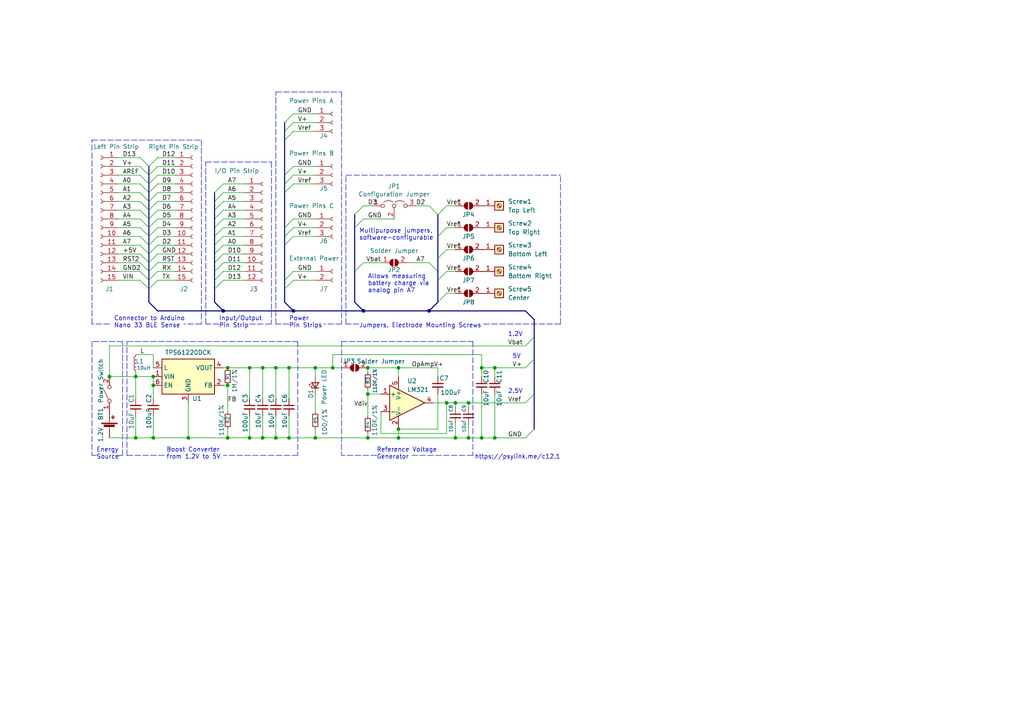
<source format=kicad_sch>
(kicad_sch (version 20211123) (generator eeschema)
  (paper "A4")
  (lib_symbols
    (symbol "Amplifier_Operational:LM321" (pin_names (offset 0.127))
      (property "Reference" "U" (at 0 7.62 0))
      (property "Value" "LM321" (at 0 5.08 0))
      (symbol "LM321_0_1"
        (polyline (pts (xy -5.08 5.08) (xy 5.08 0) (xy -5.08 -5.08) (xy -5.08 5.08)) (stroke (width 0.254)) (fill (type background)))
      )
      (symbol "LM321_1_1"
        (pin input line (at -7.62 2.54 0) (length 2.54) (name "+") (number "1"))
        (pin power_in line (at -2.54 -7.62 90) (length 3.81) (name "V-") (number "2"))
        (pin input line (at -7.62 -2.54 0) (length 2.54) (name "-") (number "3"))
        (pin output line (at 7.62 0 180) (length 2.54) (name "~") (number "4"))
        (pin power_in line (at -2.54 7.62 270) (length 3.81) (name "V+") (number "5"))
      )
    )
    (symbol "Connector:Conn_01x02_Female" (pin_names (offset 1.016) hide)
      (property "Reference" "J" (at 0 2.54 0))
      (property "Value" "Conn_01x02_Female" (at 0 -5.08 0))
      (symbol "Conn_01x02_Female_1_1"
        (arc (start 0 -2.032) (mid -0.508 -2.54) (end 0 -3.048) (stroke (width 0.1524)))
        (polyline (pts (xy -1.27 -2.54) (xy -0.508 -2.54)) (stroke (width 0.1524)))
        (polyline (pts (xy -1.27 0) (xy -0.508 0)) (stroke (width 0.1524)))
        (arc (start 0 0.508) (mid -0.508 0) (end 0 -0.508) (stroke (width 0.1524)))
        (pin passive line (at -5.08 0 0) (length 3.81) (name "Pin_1") (number "1"))
        (pin passive line (at -5.08 -2.54 0) (length 3.81) (name "Pin_2") (number "2"))
      )
    )
    (symbol "Connector:Conn_01x03_Female" (pin_names (offset 1.016) hide)
      (property "Reference" "J" (at 0 5.08 0))
      (property "Value" "Conn_01x03_Female" (at 0 -5.08 0))
      (symbol "Conn_01x03_Female_1_1"
        (arc (start 0 -2.032) (mid -0.508 -2.54) (end 0 -3.048) (stroke (width 0.1524)))
        (polyline (pts (xy -1.27 -2.54) (xy -0.508 -2.54)) (stroke (width 0.1524)))
        (polyline (pts (xy -1.27 0) (xy -0.508 0)) (stroke (width 0.1524)))
        (polyline (pts (xy -1.27 2.54) (xy -0.508 2.54)) (stroke (width 0.1524)))
        (arc (start 0 0.508) (mid -0.508 0) (end 0 -0.508) (stroke (width 0.1524)))
        (arc (start 0 3.048) (mid -0.508 2.54) (end 0 2.032) (stroke (width 0.1524)))
        (pin passive line (at -5.08 2.54 0) (length 3.81) (name "Pin_1") (number "1"))
        (pin passive line (at -5.08 0 0) (length 3.81) (name "Pin_2") (number "2"))
        (pin passive line (at -5.08 -2.54 0) (length 3.81) (name "Pin_3") (number "3"))
      )
    )
    (symbol "Connector:Conn_01x12_Female" (pin_names (offset 1.016) hide)
      (property "Reference" "J" (at 0 15.24 0))
      (property "Value" "Conn_01x12_Female" (at 0 -17.78 0))
      (symbol "Conn_01x12_Female_1_1"
        (arc (start 0 -14.732) (mid -0.508 -15.24) (end 0 -15.748) (stroke (width 0.1524)))
        (arc (start 0 -12.192) (mid -0.508 -12.7) (end 0 -13.208) (stroke (width 0.1524)))
        (arc (start 0 -9.652) (mid -0.508 -10.16) (end 0 -10.668) (stroke (width 0.1524)))
        (arc (start 0 -7.112) (mid -0.508 -7.62) (end 0 -8.128) (stroke (width 0.1524)))
        (arc (start 0 -4.572) (mid -0.508 -5.08) (end 0 -5.588) (stroke (width 0.1524)))
        (arc (start 0 -2.032) (mid -0.508 -2.54) (end 0 -3.048) (stroke (width 0.1524)))
        (polyline (pts (xy -1.27 -15.24) (xy -0.508 -15.24)) (stroke (width 0.1524)))
        (polyline (pts (xy -1.27 -12.7) (xy -0.508 -12.7)) (stroke (width 0.1524)))
        (polyline (pts (xy -1.27 -10.16) (xy -0.508 -10.16)) (stroke (width 0.1524)))
        (polyline (pts (xy -1.27 -7.62) (xy -0.508 -7.62)) (stroke (width 0.1524)))
        (polyline (pts (xy -1.27 -5.08) (xy -0.508 -5.08)) (stroke (width 0.1524)))
        (polyline (pts (xy -1.27 -2.54) (xy -0.508 -2.54)) (stroke (width 0.1524)))
        (polyline (pts (xy -1.27 0) (xy -0.508 0)) (stroke (width 0.1524)))
        (polyline (pts (xy -1.27 2.54) (xy -0.508 2.54)) (stroke (width 0.1524)))
        (polyline (pts (xy -1.27 5.08) (xy -0.508 5.08)) (stroke (width 0.1524)))
        (polyline (pts (xy -1.27 7.62) (xy -0.508 7.62)) (stroke (width 0.1524)))
        (polyline (pts (xy -1.27 10.16) (xy -0.508 10.16)) (stroke (width 0.1524)))
        (polyline (pts (xy -1.27 12.7) (xy -0.508 12.7)) (stroke (width 0.1524)))
        (arc (start 0 0.508) (mid -0.508 0) (end 0 -0.508) (stroke (width 0.1524)))
        (arc (start 0 3.048) (mid -0.508 2.54) (end 0 2.032) (stroke (width 0.1524)))
        (arc (start 0 5.588) (mid -0.508 5.08) (end 0 4.572) (stroke (width 0.1524)))
        (arc (start 0 8.128) (mid -0.508 7.62) (end 0 7.112) (stroke (width 0.1524)))
        (arc (start 0 10.668) (mid -0.508 10.16) (end 0 9.652) (stroke (width 0.1524)))
        (arc (start 0 13.208) (mid -0.508 12.7) (end 0 12.192) (stroke (width 0.1524)))
        (pin passive line (at -5.08 12.7 0) (length 3.81) (name "Pin_1") (number "1"))
        (pin passive line (at -5.08 -10.16 0) (length 3.81) (name "Pin_10") (number "10"))
        (pin passive line (at -5.08 -12.7 0) (length 3.81) (name "Pin_11") (number "11"))
        (pin passive line (at -5.08 -15.24 0) (length 3.81) (name "Pin_12") (number "12"))
        (pin passive line (at -5.08 10.16 0) (length 3.81) (name "Pin_2") (number "2"))
        (pin passive line (at -5.08 7.62 0) (length 3.81) (name "Pin_3") (number "3"))
        (pin passive line (at -5.08 5.08 0) (length 3.81) (name "Pin_4") (number "4"))
        (pin passive line (at -5.08 2.54 0) (length 3.81) (name "Pin_5") (number "5"))
        (pin passive line (at -5.08 0 0) (length 3.81) (name "Pin_6") (number "6"))
        (pin passive line (at -5.08 -2.54 0) (length 3.81) (name "Pin_7") (number "7"))
        (pin passive line (at -5.08 -5.08 0) (length 3.81) (name "Pin_8") (number "8"))
        (pin passive line (at -5.08 -7.62 0) (length 3.81) (name "Pin_9") (number "9"))
      )
    )
    (symbol "Connector:Conn_01x15_Female" (pin_names (offset 1.016) hide)
      (property "Reference" "J" (at 0 20.32 0))
      (property "Value" "Conn_01x15_Female" (at 0 -20.32 0))
      (symbol "Conn_01x15_Female_1_1"
        (arc (start 0 -17.272) (mid -0.508 -17.78) (end 0 -18.288) (stroke (width 0.1524)))
        (arc (start 0 -14.732) (mid -0.508 -15.24) (end 0 -15.748) (stroke (width 0.1524)))
        (arc (start 0 -12.192) (mid -0.508 -12.7) (end 0 -13.208) (stroke (width 0.1524)))
        (arc (start 0 -9.652) (mid -0.508 -10.16) (end 0 -10.668) (stroke (width 0.1524)))
        (arc (start 0 -7.112) (mid -0.508 -7.62) (end 0 -8.128) (stroke (width 0.1524)))
        (arc (start 0 -4.572) (mid -0.508 -5.08) (end 0 -5.588) (stroke (width 0.1524)))
        (arc (start 0 -2.032) (mid -0.508 -2.54) (end 0 -3.048) (stroke (width 0.1524)))
        (polyline (pts (xy -1.27 -17.78) (xy -0.508 -17.78)) (stroke (width 0.1524)))
        (polyline (pts (xy -1.27 -15.24) (xy -0.508 -15.24)) (stroke (width 0.1524)))
        (polyline (pts (xy -1.27 -12.7) (xy -0.508 -12.7)) (stroke (width 0.1524)))
        (polyline (pts (xy -1.27 -10.16) (xy -0.508 -10.16)) (stroke (width 0.1524)))
        (polyline (pts (xy -1.27 -7.62) (xy -0.508 -7.62)) (stroke (width 0.1524)))
        (polyline (pts (xy -1.27 -5.08) (xy -0.508 -5.08)) (stroke (width 0.1524)))
        (polyline (pts (xy -1.27 -2.54) (xy -0.508 -2.54)) (stroke (width 0.1524)))
        (polyline (pts (xy -1.27 0) (xy -0.508 0)) (stroke (width 0.1524)))
        (polyline (pts (xy -1.27 2.54) (xy -0.508 2.54)) (stroke (width 0.1524)))
        (polyline (pts (xy -1.27 5.08) (xy -0.508 5.08)) (stroke (width 0.1524)))
        (polyline (pts (xy -1.27 7.62) (xy -0.508 7.62)) (stroke (width 0.1524)))
        (polyline (pts (xy -1.27 10.16) (xy -0.508 10.16)) (stroke (width 0.1524)))
        (polyline (pts (xy -1.27 12.7) (xy -0.508 12.7)) (stroke (width 0.1524)))
        (polyline (pts (xy -1.27 15.24) (xy -0.508 15.24)) (stroke (width 0.1524)))
        (polyline (pts (xy -1.27 17.78) (xy -0.508 17.78)) (stroke (width 0.1524)))
        (arc (start 0 0.508) (mid -0.508 0) (end 0 -0.508) (stroke (width 0.1524)))
        (arc (start 0 3.048) (mid -0.508 2.54) (end 0 2.032) (stroke (width 0.1524)))
        (arc (start 0 5.588) (mid -0.508 5.08) (end 0 4.572) (stroke (width 0.1524)))
        (arc (start 0 8.128) (mid -0.508 7.62) (end 0 7.112) (stroke (width 0.1524)))
        (arc (start 0 10.668) (mid -0.508 10.16) (end 0 9.652) (stroke (width 0.1524)))
        (arc (start 0 13.208) (mid -0.508 12.7) (end 0 12.192) (stroke (width 0.1524)))
        (arc (start 0 15.748) (mid -0.508 15.24) (end 0 14.732) (stroke (width 0.1524)))
        (arc (start 0 18.288) (mid -0.508 17.78) (end 0 17.272) (stroke (width 0.1524)))
        (pin passive line (at -5.08 17.78 0) (length 3.81) (name "Pin_1") (number "1"))
        (pin passive line (at -5.08 -5.08 0) (length 3.81) (name "Pin_10") (number "10"))
        (pin passive line (at -5.08 -7.62 0) (length 3.81) (name "Pin_11") (number "11"))
        (pin passive line (at -5.08 -10.16 0) (length 3.81) (name "Pin_12") (number "12"))
        (pin passive line (at -5.08 -12.7 0) (length 3.81) (name "Pin_13") (number "13"))
        (pin passive line (at -5.08 -15.24 0) (length 3.81) (name "Pin_14") (number "14"))
        (pin passive line (at -5.08 -17.78 0) (length 3.81) (name "Pin_15") (number "15"))
        (pin passive line (at -5.08 15.24 0) (length 3.81) (name "Pin_2") (number "2"))
        (pin passive line (at -5.08 12.7 0) (length 3.81) (name "Pin_3") (number "3"))
        (pin passive line (at -5.08 10.16 0) (length 3.81) (name "Pin_4") (number "4"))
        (pin passive line (at -5.08 7.62 0) (length 3.81) (name "Pin_5") (number "5"))
        (pin passive line (at -5.08 5.08 0) (length 3.81) (name "Pin_6") (number "6"))
        (pin passive line (at -5.08 2.54 0) (length 3.81) (name "Pin_7") (number "7"))
        (pin passive line (at -5.08 0 0) (length 3.81) (name "Pin_8") (number "8"))
        (pin passive line (at -5.08 -2.54 0) (length 3.81) (name "Pin_9") (number "9"))
      )
    )
    (symbol "Connector:Screw_Terminal_01x01" (pin_names (offset 1.016) hide)
      (property "Reference" "J" (at 0 2.54 0))
      (property "Value" "Screw_Terminal_01x01" (at 0 -2.54 0))
      (symbol "Screw_Terminal_01x01_1_1"
        (rectangle (start -1.27 1.27) (end 1.27 -1.27) (stroke (width 0.254)) (fill (type background)))
        (polyline (pts (xy -0.5334 0.3302) (xy 0.3302 -0.508)) (stroke (width 0.1524)))
        (polyline (pts (xy -0.3556 0.508) (xy 0.508 -0.3302)) (stroke (width 0.1524)))
        (circle (center 0 0) (radius 0.635) (stroke (width 0.1524)))
        (pin passive line (at -5.08 0 0) (length 3.81) (name "Pin_1") (number "1"))
      )
    )
    (symbol "Device:Battery_Cell" (pin_numbers hide) (pin_names (offset 0) hide)
      (property "Reference" "BT" (at 2.54 2.54 0))
      (property "Value" "Battery_Cell" (at 2.54 0 0))
      (symbol "Battery_Cell_0_1"
        (rectangle (start -2.286 1.778) (end 2.286 1.524) (fill (type outline)))
        (rectangle (start -1.5748 1.1938) (end 1.4732 0.6858) (fill (type outline)))
        (polyline (pts (xy 0 0.762) (xy 0 0)))
        (polyline (pts (xy 0 1.778) (xy 0 2.54)))
        (polyline (pts (xy 0.508 3.429) (xy 1.524 3.429)) (stroke (width 0.254)))
        (polyline (pts (xy 1.016 3.937) (xy 1.016 2.921)) (stroke (width 0.254)))
      )
      (symbol "Battery_Cell_1_1"
        (pin passive line (at 0 5.08 270) (length 2.54) (name "+") (number "1"))
        (pin passive line (at 0 -2.54 90) (length 2.54) (name "-") (number "2"))
      )
    )
    (symbol "Device:C_Small" (pin_numbers hide) (pin_names (offset 0.254) hide)
      (property "Reference" "C" (at 0.254 1.778 0))
      (property "Value" "C_Small" (at 0.254 -2.032 0))
      (symbol "C_Small_0_1"
        (polyline (pts (xy -1.524 -0.508) (xy 1.524 -0.508)) (stroke (width 0.3302)))
        (polyline (pts (xy -1.524 0.508) (xy 1.524 0.508)) (stroke (width 0.3048)))
      )
      (symbol "C_Small_1_1"
        (pin passive line (at 0 2.54 270) (length 2.032) (name "~") (number "1"))
        (pin passive line (at 0 -2.54 90) (length 2.032) (name "~") (number "2"))
      )
    )
    (symbol "Device:LED_Small" (pin_numbers hide) (pin_names (offset 0.254) hide)
      (property "Reference" "D" (at -1.27 3.175 0))
      (property "Value" "LED_Small" (at -4.445 -2.54 0))
      (symbol "LED_Small_0_1"
        (polyline (pts (xy -0.762 -1.016) (xy -0.762 1.016)) (stroke (width 0.254)))
        (polyline (pts (xy 1.016 0) (xy -0.762 0)))
        (polyline (pts (xy 0.762 -1.016) (xy -0.762 0) (xy 0.762 1.016) (xy 0.762 -1.016)) (stroke (width 0.254)))
        (polyline (pts (xy 0 0.762) (xy -0.508 1.27) (xy -0.254 1.27) (xy -0.508 1.27) (xy -0.508 1.016)))
        (polyline (pts (xy 0.508 1.27) (xy 0 1.778) (xy 0.254 1.778) (xy 0 1.778) (xy 0 1.524)))
      )
      (symbol "LED_Small_1_1"
        (pin passive line (at -2.54 0 0) (length 1.778) (name "K") (number "1"))
        (pin passive line (at 2.54 0 180) (length 1.778) (name "A") (number "2"))
      )
    )
    (symbol "Device:L_Small" (pin_numbers hide) (pin_names (offset 0.254) hide)
      (property "Reference" "L" (at 0.762 1.016 0))
      (property "Value" "L_Small" (at 0.762 -1.016 0))
      (symbol "L_Small_0_1"
        (arc (start 0 -2.032) (mid 0.508 -1.524) (end 0 -1.016))
        (arc (start 0 -1.016) (mid 0.508 -0.508) (end 0 0))
        (arc (start 0 0) (mid 0.508 0.508) (end 0 1.016))
        (arc (start 0 1.016) (mid 0.508 1.524) (end 0 2.032))
      )
      (symbol "L_Small_1_1"
        (pin passive line (at 0 2.54 270) (length 0.508) (name "~") (number "1"))
        (pin passive line (at 0 -2.54 90) (length 0.508) (name "~") (number "2"))
      )
    )
    (symbol "Device:R_Small" (pin_numbers hide) (pin_names (offset 0.254) hide)
      (property "Reference" "R" (at 0.762 0.508 0))
      (property "Value" "R_Small" (at 0.762 -1.016 0))
      (symbol "R_Small_0_1"
        (rectangle (start -0.762 1.778) (end 0.762 -1.778) (stroke (width 0.2032)))
      )
      (symbol "R_Small_1_1"
        (pin passive line (at 0 2.54 270) (length 0.762) (name "~") (number "1"))
        (pin passive line (at 0 -2.54 90) (length 0.762) (name "~") (number "2"))
      )
    )
    (symbol "Jumper:SolderJumper_2_Open" (pin_names (offset 0) hide)
      (property "Reference" "JP" (at 0 2.032 0))
      (property "Value" "SolderJumper_2_Open" (at 0 -2.54 0))
      (symbol "SolderJumper_2_Open_0_1"
        (arc (start -0.254 1.016) (mid -1.27 0) (end -0.254 -1.016))
        (arc (start -0.254 1.016) (mid -1.27 0) (end -0.254 -1.016) (fill (type outline)))
        (polyline (pts (xy -0.254 1.016) (xy -0.254 -1.016)))
        (polyline (pts (xy 0.254 1.016) (xy 0.254 -1.016)))
        (arc (start 0.254 -1.016) (mid 1.27 0) (end 0.254 1.016))
        (arc (start 0.254 -1.016) (mid 1.27 0) (end 0.254 1.016) (fill (type outline)))
      )
      (symbol "SolderJumper_2_Open_1_1"
        (pin passive line (at -3.81 0 0) (length 2.54) (name "A") (number "1"))
        (pin passive line (at 3.81 0 180) (length 2.54) (name "B") (number "2"))
      )
    )
    (symbol "Regulator_Switching:TPS61220DCK"
      (property "Reference" "U" (at -7.62 6.35 0))
      (property "Value" "TPS61220DCK" (at 2.54 6.35 0))
      (symbol "TPS61220DCK_0_1"
        (rectangle (start -7.62 5.08) (end 7.62 -5.08) (stroke (width 0.254)) (fill (type background)))
      )
      (symbol "TPS61220DCK_1_1"
        (pin power_in line (at -10.16 0 0) (length 2.54) (name "VIN") (number "1"))
        (pin input line (at 10.16 -2.54 180) (length 2.54) (name "FB") (number "2"))
        (pin power_in line (at 0 -7.62 90) (length 2.54) (name "GND") (number "3"))
        (pin power_out line (at 10.16 2.54 180) (length 2.54) (name "VOUT") (number "4"))
        (pin power_in line (at -10.16 2.54 0) (length 2.54) (name "L") (number "5"))
        (pin input line (at -10.16 -2.54 0) (length 2.54) (name "EN") (number "6"))
      )
    )
    (symbol "Switch:SW_DPST_x2" (pin_names (offset 0) hide)
      (property "Reference" "SW" (at 0 3.175 0))
      (property "Value" "SW_DPST_x2" (at 0 -2.54 0))
      (symbol "SW_DPST_x2_0_0"
        (circle (center -2.032 0) (radius 0.508))
        (polyline (pts (xy -1.524 0.254) (xy 1.524 1.778)))
        (circle (center 2.032 0) (radius 0.508))
      )
      (symbol "SW_DPST_x2_1_1"
        (pin passive line (at -5.08 0 0) (length 2.54) (name "A") (number "1"))
        (pin passive line (at 5.08 0 180) (length 2.54) (name "B") (number "2"))
      )
      (symbol "SW_DPST_x2_2_1"
        (pin passive line (at -5.08 0 0) (length 2.54) (name "A") (number "3"))
        (pin passive line (at 5.08 0 180) (length 2.54) (name "B") (number "4"))
      )
    )
    (symbol "power_module4.2-rescue:Jumper_3_Open-Jumper" (pin_names (offset 0) hide)
      (property "Reference" "JP" (at -2.54 -2.54 0))
      (property "Value" "Jumper_3_Open-Jumper" (at 0 2.794 0))
      (symbol "Jumper_3_Open-Jumper_0_0"
        (circle (center -3.302 0) (radius 0.508))
        (circle (center 0 0) (radius 0.508))
        (circle (center 3.302 0) (radius 0.508))
      )
      (symbol "Jumper_3_Open-Jumper_0_1"
        (arc (start -0.254 1.016) (mid -1.651 1.4992) (end -3.048 1.016))
        (polyline (pts (xy 0 -0.508) (xy 0 -1.27)))
        (arc (start 3.048 1.016) (mid 1.651 1.4992) (end 0.254 1.016))
      )
      (symbol "Jumper_3_Open-Jumper_1_1"
        (pin passive line (at -6.35 0 0) (length 2.54) (name "A") (number "1"))
        (pin input line (at 0 -3.81 90) (length 2.54) (name "C") (number "2"))
        (pin passive line (at 6.35 0 180) (length 2.54) (name "B") (number "3"))
      )
    )
  )
  (junction (at 80.01 106.68))
  (junction (at 72.39 106.68))
  (junction (at 96.52 106.68))
  (junction (at 105.41 90.17))
  (junction (at 91.44 127))
  (junction (at 115.57 124.46))
  (junction (at 66.04 127))
  (junction (at 39.37 127))
  (junction (at 66.04 111.76))
  (junction (at 85.09 90.17))
  (junction (at 135.89 127))
  (junction (at 143.51 127))
  (junction (at 31.75 109.22))
  (junction (at 115.57 106.68))
  (junction (at 132.08 116.84))
  (junction (at 76.2 106.68))
  (junction (at 76.2 127))
  (junction (at 106.68 106.68))
  (junction (at 135.89 116.84))
  (junction (at 132.08 127))
  (junction (at 83.82 106.68))
  (junction (at 139.7 127))
  (junction (at 72.39 127))
  (junction (at 124.46 90.17))
  (junction (at 44.45 109.22))
  (junction (at 143.51 106.68))
  (junction (at 139.7 106.68))
  (junction (at 83.82 127))
  (junction (at 106.68 127))
  (junction (at 44.45 127))
  (junction (at 64.77 90.17))
  (junction (at 106.68 114.3))
  (junction (at 80.01 127))
  (junction (at 115.57 127))
  (junction (at 54.61 127))
  (junction (at 44.45 111.76))
  (junction (at 39.37 109.22))
  (junction (at 66.04 106.68))
  (junction (at 129.54 116.84))
  (junction (at 91.44 106.68))
  (bus_entry (at 40.64 81.28) (size 2.54 2.54))
  (bus_entry (at 64.77 66.04) (size -2.54 2.54))
  (bus_entry (at 64.77 55.88) (size -2.54 2.54))
  (bus_entry (at 102.87 78.74) (size 2.54 -2.54))
  (bus_entry (at 85.09 81.28) (size -2.54 2.54))
  (bus_entry (at 40.64 68.58) (size 2.54 2.54))
  (bus_entry (at 152.4 116.84) (size 2.54 -2.54))
  (bus_entry (at 85.09 50.8) (size -2.54 2.54))
  (bus_entry (at 82.55 40.64) (size 2.54 -2.54))
  (bus_entry (at 40.64 53.34) (size 2.54 2.54))
  (bus_entry (at 82.55 71.12) (size 2.54 -2.54))
  (bus_entry (at 40.64 71.12) (size 2.54 2.54))
  (bus_entry (at 45.72 63.5) (size -2.54 2.54))
  (bus_entry (at 40.64 60.96) (size 2.54 2.54))
  (bus_entry (at 152.4 127) (size 2.54 -2.54))
  (bus_entry (at 85.09 35.56) (size -2.54 2.54))
  (bus_entry (at 45.72 45.72) (size -2.54 2.54))
  (bus_entry (at 40.64 58.42) (size 2.54 2.54))
  (bus_entry (at 102.87 62.23) (size 2.54 -2.54))
  (bus_entry (at 127 87.63) (size 2.54 -2.54))
  (bus_entry (at 40.64 78.74) (size 2.54 2.54))
  (bus_entry (at 85.09 66.04) (size -2.54 2.54))
  (bus_entry (at 124.46 59.69) (size 2.54 2.54))
  (bus_entry (at 45.72 48.26) (size -2.54 2.54))
  (bus_entry (at 45.72 50.8) (size -2.54 2.54))
  (bus_entry (at 40.64 73.66) (size 2.54 2.54))
  (bus_entry (at 152.4 100.33) (size 2.54 -2.54))
  (bus_entry (at 127 74.93) (size 2.54 -2.54))
  (bus_entry (at 85.09 33.02) (size -2.54 2.54))
  (bus_entry (at 40.64 48.26) (size 2.54 2.54))
  (bus_entry (at 64.77 68.58) (size -2.54 2.54))
  (bus_entry (at 45.72 76.2) (size -2.54 2.54))
  (bus_entry (at 45.72 58.42) (size -2.54 2.54))
  (bus_entry (at 45.72 53.34) (size -2.54 2.54))
  (bus_entry (at 40.64 55.88) (size 2.54 2.54))
  (bus_entry (at 102.87 66.04) (size 2.54 -2.54))
  (bus_entry (at 64.77 63.5) (size -2.54 2.54))
  (bus_entry (at 45.72 81.28) (size -2.54 2.54))
  (bus_entry (at 40.64 76.2) (size 2.54 2.54))
  (bus_entry (at 82.55 55.88) (size 2.54 -2.54))
  (bus_entry (at 64.77 76.2) (size -2.54 2.54))
  (bus_entry (at 45.72 78.74) (size -2.54 2.54))
  (bus_entry (at 45.72 60.96) (size -2.54 2.54))
  (bus_entry (at 40.64 50.8) (size 2.54 2.54))
  (bus_entry (at 85.09 78.74) (size -2.54 2.54))
  (bus_entry (at 45.72 71.12) (size -2.54 2.54))
  (bus_entry (at 45.72 68.58) (size -2.54 2.54))
  (bus_entry (at 64.77 81.28) (size -2.54 2.54))
  (bus_entry (at 40.64 45.72) (size 2.54 2.54))
  (bus_entry (at 127 81.28) (size 2.54 -2.54))
  (bus_entry (at 64.77 71.12) (size -2.54 2.54))
  (bus_entry (at 45.72 55.88) (size -2.54 2.54))
  (bus_entry (at 45.72 66.04) (size -2.54 2.54))
  (bus_entry (at 64.77 60.96) (size -2.54 2.54))
  (bus_entry (at 62.23 76.2) (size 2.54 -2.54))
  (bus_entry (at 124.46 76.2) (size 2.54 2.54))
  (bus_entry (at 64.77 78.74) (size -2.54 2.54))
  (bus_entry (at 40.64 63.5) (size 2.54 2.54))
  (bus_entry (at 127 68.58) (size 2.54 -2.54))
  (bus_entry (at 85.09 63.5) (size -2.54 2.54))
  (bus_entry (at 64.77 53.34) (size -2.54 2.54))
  (bus_entry (at 152.4 106.68) (size 2.54 -2.54))
  (bus_entry (at 45.72 73.66) (size -2.54 2.54))
  (bus_entry (at 85.09 48.26) (size -2.54 2.54))
  (bus_entry (at 64.77 58.42) (size -2.54 2.54))
  (bus_entry (at 127 62.23) (size 2.54 -2.54))
  (bus_entry (at 40.64 66.04) (size 2.54 2.54))
  (wire (pts (xy 91.44 109.22) (xy 91.44 106.68)))
  (wire (pts (xy 132.08 127) (xy 135.89 127)))
  (wire (pts (xy 127 106.68) (xy 115.57 106.68)))
  (wire (pts (xy 45.72 78.74) (xy 50.8 78.74)))
  (wire (pts (xy 143.51 127) (xy 152.4 127)))
  (wire (pts (xy 44.45 127) (xy 54.61 127)))
  (bus (pts (xy 82.55 68.58) (xy 82.55 71.12)))
  (bus (pts (xy 62.23 71.12) (xy 62.23 73.66)))
  (wire (pts (xy 85.09 48.26) (xy 91.44 48.26)))
  (wire (pts (xy 127 124.46) (xy 115.57 124.46)))
  (bus (pts (xy 154.94 114.3) (xy 154.94 124.46)))
  (wire (pts (xy 64.77 78.74) (xy 71.12 78.74)))
  (polyline (pts (xy 72.39 93.98) (xy 78.74 93.98)))
  (wire (pts (xy 44.45 115.57) (xy 44.45 111.76)))
  (bus (pts (xy 102.87 87.63) (xy 105.41 90.17)))
  (wire (pts (xy 139.7 114.3) (xy 139.7 127)))
  (bus (pts (xy 62.23 87.63) (xy 64.77 90.17)))
  (polyline (pts (xy 26.67 99.06) (xy 26.67 132.08)))
  (wire (pts (xy 106.68 114.3) (xy 110.49 114.3)))
  (bus (pts (xy 124.46 90.17) (xy 127 87.63)))
  (wire (pts (xy 64.77 76.2) (xy 71.12 76.2)))
  (wire (pts (xy 39.37 109.22) (xy 44.45 109.22)))
  (wire (pts (xy 91.44 114.3) (xy 91.44 119.38)))
  (bus (pts (xy 43.18 71.12) (xy 43.18 73.66)))
  (bus (pts (xy 82.55 40.64) (xy 82.55 50.8)))
  (wire (pts (xy 45.72 71.12) (xy 50.8 71.12)))
  (wire (pts (xy 34.29 78.74) (xy 40.64 78.74)))
  (wire (pts (xy 76.2 106.68) (xy 80.01 106.68)))
  (wire (pts (xy 129.54 72.39) (xy 132.08 72.39)))
  (wire (pts (xy 66.04 111.76) (xy 66.04 119.38)))
  (bus (pts (xy 82.55 66.04) (xy 82.55 68.58)))
  (wire (pts (xy 45.72 73.66) (xy 50.8 73.66)))
  (wire (pts (xy 34.29 71.12) (xy 40.64 71.12)))
  (polyline (pts (xy 99.06 99.06) (xy 99.06 132.08)))
  (bus (pts (xy 152.4 90.17) (xy 154.94 92.71)))
  (wire (pts (xy 85.09 78.74) (xy 91.44 78.74)))
  (wire (pts (xy 106.68 125.73) (xy 106.68 127)))
  (polyline (pts (xy 35.56 132.08) (xy 35.56 99.06)))
  (bus (pts (xy 43.18 48.26) (xy 43.18 50.8)))
  (polyline (pts (xy 35.56 99.06) (xy 26.67 99.06)))
  (bus (pts (xy 102.87 78.74) (xy 102.87 87.63)))
  (bus (pts (xy 62.23 78.74) (xy 62.23 81.28)))
  (wire (pts (xy 139.7 106.68) (xy 139.7 109.22)))
  (wire (pts (xy 64.77 111.76) (xy 66.04 111.76)))
  (wire (pts (xy 106.68 106.68) (xy 106.68 107.95)))
  (bus (pts (xy 64.77 90.17) (xy 85.09 90.17)))
  (wire (pts (xy 91.44 68.58) (xy 85.09 68.58)))
  (wire (pts (xy 64.77 58.42) (xy 71.12 58.42)))
  (bus (pts (xy 43.18 78.74) (xy 43.18 81.28)))
  (wire (pts (xy 50.8 48.26) (xy 45.72 48.26)))
  (wire (pts (xy 31.75 109.22) (xy 39.37 109.22)))
  (wire (pts (xy 115.57 127) (xy 132.08 127)))
  (wire (pts (xy 80.01 115.57) (xy 80.01 106.68)))
  (wire (pts (xy 44.45 102.87) (xy 44.45 106.68)))
  (wire (pts (xy 50.8 63.5) (xy 45.72 63.5)))
  (wire (pts (xy 50.8 53.34) (xy 45.72 53.34)))
  (wire (pts (xy 99.06 106.68) (xy 96.52 106.68)))
  (wire (pts (xy 96.52 102.87) (xy 139.7 102.87)))
  (wire (pts (xy 54.61 116.84) (xy 54.61 127)))
  (wire (pts (xy 91.44 127) (xy 106.68 127)))
  (wire (pts (xy 64.77 73.66) (xy 71.12 73.66)))
  (bus (pts (xy 82.55 55.88) (xy 82.55 66.04)))
  (bus (pts (xy 82.55 50.8) (xy 82.55 53.34)))
  (polyline (pts (xy 63.5 93.98) (xy 59.69 93.98)))
  (bus (pts (xy 43.18 53.34) (xy 43.18 55.88)))
  (wire (pts (xy 45.72 66.04) (xy 50.8 66.04)))
  (polyline (pts (xy 34.29 132.08) (xy 35.56 132.08)))
  (bus (pts (xy 102.87 62.23) (xy 102.87 66.04)))
  (polyline (pts (xy 83.82 93.98) (xy 80.01 93.98)))
  (bus (pts (xy 43.18 66.04) (xy 43.18 68.58)))
  (wire (pts (xy 64.77 71.12) (xy 71.12 71.12)))
  (polyline (pts (xy 58.42 40.64) (xy 58.42 93.98)))
  (wire (pts (xy 96.52 106.68) (xy 96.52 102.87)))
  (bus (pts (xy 43.18 76.2) (xy 43.18 78.74)))
  (wire (pts (xy 66.04 106.68) (xy 72.39 106.68)))
  (wire (pts (xy 76.2 127) (xy 80.01 127)))
  (wire (pts (xy 129.54 85.09) (xy 132.08 85.09)))
  (wire (pts (xy 34.29 55.88) (xy 40.64 55.88)))
  (polyline (pts (xy 99.06 99.06) (xy 137.16 99.06)))
  (wire (pts (xy 39.37 107.95) (xy 39.37 109.22)))
  (bus (pts (xy 62.23 58.42) (xy 62.23 60.96)))
  (polyline (pts (xy 100.33 50.8) (xy 162.56 50.8)))
  (wire (pts (xy 124.46 76.2) (xy 118.11 76.2)))
  (bus (pts (xy 43.18 68.58) (xy 43.18 71.12)))
  (wire (pts (xy 83.82 115.57) (xy 83.82 106.68)))
  (wire (pts (xy 34.29 48.26) (xy 40.64 48.26)))
  (wire (pts (xy 45.72 45.72) (xy 50.8 45.72)))
  (wire (pts (xy 106.68 114.3) (xy 106.68 120.65)))
  (wire (pts (xy 31.75 127) (xy 39.37 127)))
  (bus (pts (xy 43.18 50.8) (xy 43.18 53.34)))
  (bus (pts (xy 82.55 81.28) (xy 82.55 83.82)))
  (wire (pts (xy 129.54 78.74) (xy 132.08 78.74)))
  (wire (pts (xy 105.41 59.69) (xy 107.95 59.69)))
  (wire (pts (xy 64.77 60.96) (xy 71.12 60.96)))
  (bus (pts (xy 43.18 60.96) (xy 43.18 63.5)))
  (wire (pts (xy 115.57 124.46) (xy 115.57 127)))
  (polyline (pts (xy 36.83 132.08) (xy 36.83 99.06)))
  (wire (pts (xy 139.7 102.87) (xy 139.7 106.68)))
  (wire (pts (xy 83.82 127) (xy 91.44 127)))
  (bus (pts (xy 43.18 63.5) (xy 43.18 66.04)))
  (bus (pts (xy 124.46 90.17) (xy 152.4 90.17)))
  (wire (pts (xy 135.89 127) (xy 139.7 127)))
  (wire (pts (xy 45.72 68.58) (xy 50.8 68.58)))
  (polyline (pts (xy 137.16 132.08) (xy 119.38 132.08)))
  (wire (pts (xy 34.29 68.58) (xy 40.64 68.58)))
  (polyline (pts (xy 59.69 46.99) (xy 78.74 46.99)))
  (wire (pts (xy 31.75 100.33) (xy 31.75 109.22)))
  (wire (pts (xy 143.51 114.3) (xy 143.51 127)))
  (wire (pts (xy 54.61 127) (xy 66.04 127)))
  (bus (pts (xy 127 68.58) (xy 127 74.93)))
  (wire (pts (xy 66.04 127) (xy 72.39 127)))
  (wire (pts (xy 135.89 123.19) (xy 135.89 127)))
  (wire (pts (xy 39.37 127) (xy 44.45 127)))
  (wire (pts (xy 110.49 76.2) (xy 105.41 76.2)))
  (bus (pts (xy 62.23 63.5) (xy 62.23 66.04)))
  (polyline (pts (xy 36.83 132.08) (xy 48.26 132.08)))
  (wire (pts (xy 135.89 118.11) (xy 135.89 116.84)))
  (bus (pts (xy 43.18 73.66) (xy 43.18 76.2)))
  (polyline (pts (xy 162.56 93.98) (xy 162.56 50.8)))
  (wire (pts (xy 50.8 58.42) (xy 45.72 58.42)))
  (polyline (pts (xy 31.75 93.98) (xy 26.67 93.98)))
  (polyline (pts (xy 109.22 132.08) (xy 99.06 132.08)))
  (wire (pts (xy 127 124.46) (xy 127 114.3)))
  (wire (pts (xy 132.08 118.11) (xy 132.08 116.84)))
  (wire (pts (xy 72.39 127) (xy 76.2 127)))
  (bus (pts (xy 62.23 83.82) (xy 62.23 87.63)))
  (polyline (pts (xy 78.74 46.99) (xy 78.74 93.98)))
  (bus (pts (xy 102.87 66.04) (xy 102.87 78.74)))
  (polyline (pts (xy 26.67 93.98) (xy 26.67 40.64)))
  (wire (pts (xy 132.08 116.84) (xy 135.89 116.84)))
  (wire (pts (xy 45.72 60.96) (xy 50.8 60.96)))
  (wire (pts (xy 66.04 127) (xy 66.04 124.46)))
  (wire (pts (xy 106.68 106.68) (xy 115.57 106.68)))
  (wire (pts (xy 34.29 66.04) (xy 40.64 66.04)))
  (bus (pts (xy 43.18 81.28) (xy 43.18 83.82)))
  (bus (pts (xy 62.23 73.66) (xy 62.23 76.2)))
  (bus (pts (xy 127 81.28) (xy 127 87.63)))
  (wire (pts (xy 85.09 66.04) (xy 91.44 66.04)))
  (wire (pts (xy 64.77 68.58) (xy 71.12 68.58)))
  (wire (pts (xy 76.2 120.65) (xy 76.2 127)))
  (wire (pts (xy 39.37 102.87) (xy 44.45 102.87)))
  (bus (pts (xy 154.94 92.71) (xy 154.94 97.79)))
  (wire (pts (xy 120.65 59.69) (xy 124.46 59.69)))
  (wire (pts (xy 40.64 45.72) (xy 34.29 45.72)))
  (wire (pts (xy 85.09 33.02) (xy 91.44 33.02)))
  (bus (pts (xy 154.94 97.79) (xy 154.94 104.14)))
  (bus (pts (xy 43.18 87.63) (xy 45.72 90.17)))
  (polyline (pts (xy 58.42 93.98) (xy 53.34 93.98)))
  (wire (pts (xy 129.54 116.84) (xy 129.54 125.73)))
  (wire (pts (xy 127 106.68) (xy 127 109.22)))
  (bus (pts (xy 82.55 53.34) (xy 82.55 55.88)))
  (wire (pts (xy 45.72 81.28) (xy 50.8 81.28)))
  (polyline (pts (xy 100.33 93.98) (xy 100.33 50.8)))
  (wire (pts (xy 45.72 76.2) (xy 50.8 76.2)))
  (wire (pts (xy 76.2 115.57) (xy 76.2 106.68)))
  (wire (pts (xy 34.29 76.2) (xy 40.64 76.2)))
  (polyline (pts (xy 137.16 99.06) (xy 137.16 132.08)))
  (bus (pts (xy 82.55 87.63) (xy 85.09 90.17)))
  (wire (pts (xy 91.44 124.46) (xy 91.44 127)))
  (wire (pts (xy 91.44 38.1) (xy 85.09 38.1)))
  (polyline (pts (xy 80.01 26.67) (xy 99.06 26.67)))
  (bus (pts (xy 85.09 90.17) (xy 105.41 90.17)))
  (wire (pts (xy 139.7 127) (xy 143.51 127)))
  (wire (pts (xy 91.44 106.68) (xy 96.52 106.68)))
  (wire (pts (xy 80.01 106.68) (xy 83.82 106.68)))
  (polyline (pts (xy 26.67 132.08) (xy 27.94 132.08)))
  (wire (pts (xy 110.49 125.73) (xy 110.49 119.38)))
  (wire (pts (xy 72.39 115.57) (xy 72.39 106.68)))
  (wire (pts (xy 34.29 60.96) (xy 40.64 60.96)))
  (wire (pts (xy 64.77 81.28) (xy 71.12 81.28)))
  (polyline (pts (xy 59.69 93.98) (xy 59.69 46.99)))
  (wire (pts (xy 64.77 53.34) (xy 71.12 53.34)))
  (polyline (pts (xy 99.06 26.67) (xy 99.06 93.98)))
  (wire (pts (xy 91.44 53.34) (xy 85.09 53.34)))
  (bus (pts (xy 82.55 38.1) (xy 82.55 40.64)))
  (wire (pts (xy 85.09 35.56) (xy 91.44 35.56)))
  (bus (pts (xy 62.23 68.58) (xy 62.23 71.12)))
  (wire (pts (xy 106.68 114.3) (xy 106.68 113.03)))
  (bus (pts (xy 82.55 83.82) (xy 82.55 87.63)))
  (wire (pts (xy 135.89 116.84) (xy 152.4 116.84)))
  (wire (pts (xy 40.64 73.66) (xy 34.29 73.66)))
  (wire (pts (xy 139.7 106.68) (xy 143.51 106.68)))
  (wire (pts (xy 34.29 58.42) (xy 40.64 58.42)))
  (wire (pts (xy 143.51 106.68) (xy 152.4 106.68)))
  (wire (pts (xy 44.45 120.65) (xy 44.45 127)))
  (wire (pts (xy 110.49 125.73) (xy 129.54 125.73)))
  (polyline (pts (xy 104.14 93.98) (xy 100.33 93.98)))
  (polyline (pts (xy 36.83 99.06) (xy 86.36 99.06)))
  (bus (pts (xy 127 62.23) (xy 127 68.58)))
  (polyline (pts (xy 86.36 132.08) (xy 64.77 132.08)))
  (wire (pts (xy 132.08 66.04) (xy 129.54 66.04)))
  (bus (pts (xy 62.23 81.28) (xy 62.23 83.82)))
  (wire (pts (xy 39.37 120.65) (xy 39.37 127)))
  (bus (pts (xy 62.23 66.04) (xy 62.23 68.58)))
  (bus (pts (xy 127 74.93) (xy 127 78.74)))
  (wire (pts (xy 45.72 50.8) (xy 50.8 50.8)))
  (wire (pts (xy 105.41 63.5) (xy 114.3 63.5)))
  (wire (pts (xy 129.54 116.84) (xy 132.08 116.84)))
  (bus (pts (xy 62.23 60.96) (xy 62.23 63.5)))
  (wire (pts (xy 106.68 127) (xy 115.57 127)))
  (polyline (pts (xy 86.36 99.06) (xy 86.36 132.08)))
  (wire (pts (xy 72.39 120.65) (xy 72.39 127)))
  (wire (pts (xy 85.09 81.28) (xy 91.44 81.28)))
  (bus (pts (xy 105.41 90.17) (xy 124.46 90.17)))
  (wire (pts (xy 115.57 106.68) (xy 115.57 109.22)))
  (bus (pts (xy 82.55 35.56) (xy 82.55 38.1)))
  (bus (pts (xy 62.23 76.2) (xy 62.23 78.74)))
  (wire (pts (xy 72.39 106.68) (xy 76.2 106.68)))
  (wire (pts (xy 85.09 50.8) (xy 91.44 50.8)))
  (wire (pts (xy 143.51 109.22) (xy 143.51 106.68)))
  (wire (pts (xy 31.75 100.33) (xy 152.4 100.33)))
  (bus (pts (xy 154.94 104.14) (xy 154.94 114.3)))
  (bus (pts (xy 43.18 55.88) (xy 43.18 58.42)))
  (wire (pts (xy 45.72 55.88) (xy 50.8 55.88)))
  (wire (pts (xy 34.29 50.8) (xy 40.64 50.8)))
  (wire (pts (xy 132.08 59.69) (xy 129.54 59.69)))
  (bus (pts (xy 43.18 83.82) (xy 43.18 87.63)))
  (wire (pts (xy 80.01 127) (xy 83.82 127)))
  (wire (pts (xy 83.82 120.65) (xy 83.82 127)))
  (bus (pts (xy 62.23 55.88) (xy 62.23 58.42)))
  (polyline (pts (xy 99.06 93.98) (xy 93.98 93.98)))
  (polyline (pts (xy 26.67 40.64) (xy 58.42 40.64)))
  (bus (pts (xy 43.18 58.42) (xy 43.18 60.96)))
  (bus (pts (xy 45.72 90.17) (xy 64.77 90.17)))
  (bus (pts (xy 82.55 71.12) (xy 82.55 81.28)))
  (wire (pts (xy 34.29 53.34) (xy 40.64 53.34)))
  (wire (pts (xy 85.09 63.5) (xy 91.44 63.5)))
  (wire (pts (xy 64.77 66.04) (xy 71.12 66.04)))
  (wire (pts (xy 64.77 63.5) (xy 71.12 63.5)))
  (wire (pts (xy 39.37 115.57) (xy 39.37 109.22)))
  (bus (pts (xy 127 78.74) (xy 127 81.28)))
  (wire (pts (xy 66.04 106.68) (xy 64.77 106.68)))
  (polyline (pts (xy 162.56 93.98) (xy 139.7 93.98)))
  (wire (pts (xy 83.82 106.68) (xy 91.44 106.68)))
  (wire (pts (xy 34.29 63.5) (xy 40.64 63.5)))
  (wire (pts (xy 40.64 81.28) (xy 34.29 81.28)))
  (wire (pts (xy 64.77 55.88) (xy 71.12 55.88)))
  (wire (pts (xy 44.45 111.76) (xy 44.45 109.22)))
  (wire (pts (xy 80.01 120.65) (xy 80.01 127)))
  (polyline (pts (xy 80.01 93.98) (xy 80.01 26.67)))
  (wire (pts (xy 132.08 123.19) (xy 132.08 127)))
  (wire (pts (xy 129.54 116.84) (xy 125.73 116.84)))
  (text "https://psylink.me/c12.1" (at 162.56 133.35 180) (effects (font (size 1.27 1.27)) (justify right bottom)))
  (text "Jumpers, Electrode Mounting Screws" (at 104.14 95.25 0) (effects (font (size 1.27 1.27)) (justify left bottom)))
  (text "Allows measuring\nbattery charge via\nanalog pin A7" (at 106.68 85.09 0) (effects (font (size 1.27 1.27)) (justify left bottom)))
  (text "2.5V" (at 147.32 114.3 0) (effects (font (size 1.27 1.27)) (justify left bottom)))
  (text "Reference Voltage\nGenerator" (at 109.22 133.35 0) (effects (font (size 1.27 1.27)) (justify left bottom)))
  (text "Energy\nSource" (at 27.94 133.35 0) (effects (font (size 1.27 1.27)) (justify left bottom)))
  (text "5V" (at 148.59 104.14 0) (effects (font (size 1.27 1.27)) (justify left bottom)))
  (text "1.2V" (at 147.32 97.79 0) (effects (font (size 1.27 1.27)) (justify left bottom)))
  (text "Connector to Arduino\nNano 33 BLE Sense" (at 33.02 95.25 0) (effects (font (size 1.27 1.27)) (justify left bottom)))
  (text "Boost Converter\nfrom 1.2V to 5V" (at 48.26 133.35 0) (effects (font (size 1.27 1.27)) (justify left bottom)))
  (text "Multipurpose jumpers,\nsoftware-configurable" (at 104.14 69.85 0) (effects (font (size 1.27 1.27)) (justify left bottom)))
  (text "Input/Output\nPin Strip" (at 63.5 95.25 0) (effects (font (size 1.27 1.27)) (justify left bottom)))
  (text "Power\nPin Strips" (at 83.82 95.25 0) (effects (font (size 1.27 1.27)) (justify left bottom)))
  (label "Vref" (at 129.54 85.09 0))
  (label "V+" (at 86.36 50.8 0))
  (label "D11" (at 46.99 48.26 0))
  (label "D5" (at 46.99 63.5 0))
  (label "Vref" (at 147.32 116.84 0))
  (label "D11" (at 66.04 76.2 0))
  (label "GND" (at 86.36 48.26 0))
  (label "D3" (at 106.68 59.69 0))
  (label "RST" (at 46.99 76.2 0))
  (label "GND" (at 46.99 73.66 0))
  (label "GND" (at 86.36 78.74 0))
  (label "D3" (at 46.99 68.58 0))
  (label "D9" (at 46.99 53.34 0))
  (label "GND2" (at 35.56 78.74 0))
  (label "A5" (at 35.56 66.04 0))
  (label "D12" (at 66.04 78.74 0))
  (label "Vref" (at 129.54 66.04 0))
  (label "A5" (at 66.04 58.42 0))
  (label "D6" (at 46.99 60.96 0))
  (label "AREF" (at 35.56 50.8 0))
  (label "D8" (at 46.99 55.88 0))
  (label "A4" (at 66.04 60.96 0))
  (label "A4" (at 35.56 63.5 0))
  (label "V+" (at 86.36 66.04 0))
  (label "FB" (at 66.04 116.84 0))
  (label "D10" (at 46.99 50.8 0))
  (label "A2" (at 35.56 58.42 0))
  (label "+5V" (at 35.56 73.66 0))
  (label "D2" (at 46.99 71.12 0))
  (label "Vref" (at 86.36 38.1 0))
  (label "A1" (at 66.04 68.58 0))
  (label "A6" (at 66.04 55.88 0))
  (label "RX" (at 46.99 78.74 0))
  (label "V+" (at 86.36 81.28 0))
  (label "A6" (at 35.56 68.58 0))
  (label "Vdiv" (at 106.68 118.11 180))
  (label "GND" (at 106.68 63.5 0))
  (label "Vref" (at 86.36 68.58 0))
  (label "Vbat" (at 110.49 76.2 180))
  (label "L" (at 40.64 102.87 0))
  (label "Vref" (at 129.54 59.69 0))
  (label "A7" (at 35.56 71.12 0))
  (label "V+" (at 86.36 35.56 0))
  (label "A0" (at 35.56 53.34 0))
  (label "A3" (at 66.04 63.5 0))
  (label "RST2" (at 35.56 76.2 0))
  (label "A2" (at 66.04 66.04 0))
  (label "GND" (at 86.36 63.5 0))
  (label "V+" (at 148.59 106.68 0))
  (label "Vref" (at 129.54 78.74 0))
  (label "GND" (at 86.36 33.02 0))
  (label "D7" (at 46.99 58.42 0))
  (label "TX" (at 46.99 81.28 0))
  (label "A7" (at 66.04 53.34 0))
  (label "D10" (at 66.04 73.66 0))
  (label "OpAmpV+" (at 119.38 106.68 0))
  (label "D13" (at 35.56 45.72 0))
  (label "D2" (at 120.65 59.69 0))
  (label "V+" (at 35.56 48.26 0))
  (label "D13" (at 66.04 81.28 0))
  (label "A0" (at 66.04 71.12 0))
  (label "VIN" (at 35.56 81.28 0))
  (label "Vref" (at 129.54 72.39 0))
  (label "Vbat" (at 147.32 100.33 0))
  (label "A1" (at 35.56 55.88 0))
  (label "A3" (at 35.56 60.96 0))
  (label "GND" (at 147.32 127 0))
  (label "Vref" (at 86.36 53.34 0))
  (label "D12" (at 46.99 45.72 0))
  (label "A7" (at 123.19 76.2 180))
  (label "D4" (at 46.99 66.04 0))
  (symbol (lib_id "Device:R_Small") (at 106.68 123.19 0) (unit 1)
    (property "Reference" "R4" (at 106.6546 124.3584 90) (effects (font (size 0.9906 0.9906)) (justify left)))
    (property "Value" "110K/1%" (at 107.95 121.92 90) (effects (justify top)))
    (property "Footprint" "Resistor_SMD:R_0805_2012Metric_Pad1.15x1.40mm_HandSolder" (effects hide))
  )
  (symbol (lib_id "Device:R_Small") (at 106.68 110.49 0) (unit 1)
    (property "Reference" "R3" (at 106.6546 111.4044 90) (effects (font (size 0.9906 0.9906)) (justify left)))
    (property "Value" "110K/1%" (at 108.1786 110.49 90) (effects (font (size 0.9906 0.9906)) (justify top)))
    (property "Footprint" "Resistor_SMD:R_0805_2012Metric_Pad1.15x1.40mm_HandSolder" (effects hide))
  )
  (symbol (lib_id "Device:C_Small") (at 132.08 120.65 0) (unit 1)
    (property "Reference" "C8" (at 130.7846 118.4656 90) (effects (font (size 0.9906 0.9906))))
    (property "Value" "10uF" (at 130.7846 121.6406 90) (effects (font (size 0.9906 0.9906)) (justify right)))
    (property "Footprint" "Capacitor_SMD:C_1206_3216Metric_Pad1.42x1.75mm_HandSolder" (effects hide))
  )
  (symbol (lib_id "Connector:Conn_01x15_Female") (at 55.88 63.5 0) (unit 1)
    (property "Reference" "J2" (at 53.34 83.82 0))
    (property "Value" "Right Pin Strip" (at 50.292 42.5704 0))
    (property "Footprint" "Connector_PinSocket_2.54mm:PinSocket_1x15_P2.54mm_Vertical" (effects hide))
  )
  (symbol (lib_id "Regulator_Switching:TPS61220DCK") (at 54.61 109.22 0) (unit 1)
    (property "Reference" "U1" (at 57.15 115.57 0))
    (property "Value" "TPS61220DCK" (at 54.61 102.235 0))
    (property "Footprint" "Package_TO_SOT_SMD:Texas_R-PDSO-G6" (effects hide))
    (property "Datasheet" "http://www.ti.com/lit/ds/symlink/tps61220.pdf" (effects hide))
  )
  (symbol (lib_id "Device:Battery_Cell") (at 31.75 124.46 0) (unit 1)
    (property "Reference" "BT1" (at 29.21 121.92 90) (effects (justify left)))
    (property "Value" "1.2V" (at 29.21 128.27 90) (effects (justify left)))
    (property "Footprint" "PsyLinkFootprints:BatteryHolder_Keystone_82_1xAAA" (effects hide))
  )
  (symbol (lib_id "Switch:SW_DPST_x2") (at 31.75 114.3 90) (unit 1)
    (property "Reference" "SW1" (effects hide))
    (property "Value" "Power Switch" (at 29.21 110.49 0))
    (property "Footprint" "Connector_PinSocket_2.54mm:PinSocket_1x03_P2.54mm_Vertical" (effects hide))
  )
  (symbol (lib_id "Device:L_Small") (at 39.37 105.41 180) (unit 1)
    (property "Reference" "L1" (at 40.5384 104.8004 0))
    (property "Value" "10uH" (at 41.7068 106.7054 0) (effects (font (size 0.9906 0.9906))))
    (property "Footprint" "Inductor_SMD:L_1210_3225Metric_Pad1.42x2.65mm_HandSolder" (effects hide))
  )
  (symbol (lib_id "Connector:Conn_01x15_Female") (at 29.21 63.5 0) (mirror y) (unit 1)
    (property "Reference" "J1" (at 31.75 83.82 0))
    (property "Value" "Left Pin Strip" (at 33.7058 42.5196 0))
    (property "Footprint" "Connector_PinSocket_2.54mm:PinSocket_1x15_P2.54mm_Vertical" (effects hide))
  )
  (symbol (lib_id "Device:R_Small") (at 66.04 109.22 0) (unit 1)
    (property "Reference" "R1" (at 66.04 110.1852 90) (effects (font (size 0.9906 0.9906)) (justify left)))
    (property "Value" "1M/1%" (at 67.31 110.49 90) (effects (justify top)))
    (property "Footprint" "Resistor_SMD:R_0805_2012Metric_Pad1.15x1.40mm_HandSolder" (effects hide))
  )
  (symbol (lib_id "Device:R_Small") (at 66.04 121.92 0) (unit 1)
    (property "Reference" "R2" (at 66.04 122.8852 90) (effects (font (size 0.9906 0.9906)) (justify left)))
    (property "Value" "110K/1%" (at 63.5 121.92 90) (effects (justify top)))
    (property "Footprint" "Resistor_SMD:R_0805_2012Metric_Pad1.15x1.40mm_HandSolder" (effects hide))
  )
  (symbol (lib_id "Device:C_Small") (at 76.2 118.11 0) (unit 1)
    (property "Reference" "C4" (at 74.93 115.57 90))
    (property "Value" "10uF" (at 74.93 119.38 90) (effects (justify right)))
    (property "Footprint" "Capacitor_SMD:C_1206_3216Metric_Pad1.42x1.75mm_HandSolder" (effects hide))
  )
  (symbol (lib_id "Device:C_Small") (at 139.7 111.76 0) (unit 1)
    (property "Reference" "C10" (at 140.97 109.22 90))
    (property "Value" "10uF" (at 140.97 113.03 90) (effects (justify right)))
    (property "Footprint" "Capacitor_SMD:C_1206_3216Metric_Pad1.42x1.75mm_HandSolder" (effects hide))
  )
  (symbol (lib_id "Device:C_Small") (at 127 111.76 0) (unit 1)
    (property "Reference" "C7" (at 128.8034 109.7026 0))
    (property "Value" "100uF" (at 133.8072 113.8428 0) (effects (justify right)))
    (property "Footprint" "Capacitor_SMD:C_1206_3216Metric_Pad1.42x1.75mm_HandSolder" (effects hide))
  )
  (symbol (lib_id "Device:C_Small") (at 72.39 118.11 0) (unit 1)
    (property "Reference" "C3" (at 71.12 115.57 90))
    (property "Value" "100uF" (at 71.12 119.38 90) (effects (justify right)))
    (property "Footprint" "Capacitor_SMD:C_1206_3216Metric_Pad1.42x1.75mm_HandSolder" (effects hide))
  )
  (symbol (lib_id "Device:C_Small") (at 44.45 118.11 180) (unit 1)
    (property "Reference" "C2" (at 43.18 115.57 90))
    (property "Value" "100uF" (at 43.18 124.46 90) (effects (justify right)))
    (property "Footprint" "Capacitor_SMD:C_1206_3216Metric_Pad1.42x1.75mm_HandSolder" (effects hide))
  )
  (symbol (lib_id "Amplifier_Operational:LM321") (at 118.11 116.84 0) (unit 1)
    (property "Reference" "U2" (at 118.11 110.49 0) (effects (justify left)))
    (property "Value" "LM321" (at 118.11 113.03 0) (effects (justify left)))
    (property "Footprint" "Package_TO_SOT_SMD:SOT-23-5" (effects hide))
    (property "Datasheet" "http://www.ti.com/lit/ds/symlink/lm321.pdf" (effects hide))
  )
  (symbol (lib_id "Device:C_Small") (at 39.37 118.11 180) (unit 1)
    (property "Reference" "C1" (at 38.1 115.57 90))
    (property "Value" "10uF" (at 38.1 124.46 90) (effects (justify right)))
    (property "Footprint" "Capacitor_SMD:C_1206_3216Metric_Pad1.42x1.75mm_HandSolder" (effects hide))
  )
  (symbol (lib_id "Device:C_Small") (at 135.89 120.65 0) (unit 1)
    (property "Reference" "C9" (at 134.5946 118.4656 90) (effects (font (size 0.9906 0.9906))))
    (property "Value" "10uF" (at 134.5946 121.6406 90) (effects (font (size 0.9906 0.9906)) (justify right)))
    (property "Footprint" "Capacitor_SMD:C_1206_3216Metric_Pad1.42x1.75mm_HandSolder" (effects hide))
  )
  (symbol (lib_id "Jumper:SolderJumper_2_Open") (at 102.87 106.68 0) (mirror x) (unit 1)
    (property "Reference" "JP3" (at 102.997 104.775 0) (effects (justify right)))
    (property "Value" "Solder Jumper" (at 117.5004 104.775 0) (effects (justify right)))
    (property "Footprint" "Jumper:SolderJumper-2_P1.3mm_Open_RoundedPad1.0x1.5mm" (effects hide))
  )
  (symbol (lib_id "Device:C_Small") (at 143.51 111.76 0) (unit 1)
    (property "Reference" "C11" (at 144.78 109.22 90))
    (property "Value" "10uF" (at 144.78 113.03 90) (effects (justify right)))
    (property "Footprint" "Capacitor_SMD:C_1206_3216Metric_Pad1.42x1.75mm_HandSolder" (effects hide))
  )
  (symbol (lib_id "Jumper:SolderJumper_2_Open") (at 114.3 76.2 0) (mirror x) (unit 1)
    (property "Reference" "JP2" (at 116.1034 78.232 0) (effects (justify right)))
    (property "Value" "Solder Jumper" (at 121.3358 72.7202 0) (effects (justify right)))
    (property "Footprint" "Jumper:SolderJumper-2_P1.3mm_Open_RoundedPad1.0x1.5mm" (effects hide))
  )
  (symbol (lib_id "Device:C_Small") (at 80.01 118.11 0) (unit 1)
    (property "Reference" "C5" (at 78.74 115.57 90))
    (property "Value" "10uF" (at 78.74 119.38 90) (effects (justify right)))
    (property "Footprint" "Capacitor_SMD:C_1206_3216Metric_Pad1.42x1.75mm_HandSolder" (effects hide))
  )
  (symbol (lib_id "Device:C_Small") (at 83.82 118.11 0) (unit 1)
    (property "Reference" "C6" (at 82.55 115.57 90))
    (property "Value" "10uF" (at 82.55 119.38 90) (effects (justify right)))
    (property "Footprint" "Capacitor_SMD:C_1206_3216Metric_Pad1.42x1.75mm_HandSolder" (effects hide))
  )
  (symbol (lib_id "power_module4.2-rescue:Jumper_3_Open-Jumper") (at 114.3 59.69 0) (unit 1)
    (property "Reference" "JP1" (at 114.3 54.0004 0))
    (property "Value" "Configuration Jumper" (at 114.3 56.3118 0))
    (property "Footprint" "Connector_PinSocket_2.54mm:PinSocket_1x03_P2.54mm_Vertical" (effects hide))
  )
  (symbol (lib_id "Connector:Conn_01x12_Female") (at 76.2 66.04 0) (unit 1)
    (property "Reference" "J3" (at 72.39 83.82 0) (effects (justify left)))
    (property "Value" "I/O Pin Strip" (at 62.23 49.53 0) (effects (justify left)))
    (property "Footprint" "Connector_PinHeader_2.54mm:PinHeader_1x12_P2.54mm_Vertical" (effects hide))
  )
  (symbol (lib_id "Connector:Conn_01x03_Female") (at 96.52 35.56 0) (unit 1)
    (property "Reference" "J4" (at 92.71 39.37 0) (effects (justify left)))
    (property "Value" "Power Pins A" (at 83.82 29.21 0) (effects (justify left)))
    (property "Footprint" "Connector_PinHeader_2.54mm:PinHeader_1x03_P2.54mm_Vertical" (effects hide))
  )
  (symbol (lib_id "Connector:Conn_01x03_Female") (at 96.52 50.8 0) (unit 1)
    (property "Reference" "J5" (at 92.71 54.61 0) (effects (justify left)))
    (property "Value" "Power Pins B" (at 83.82 44.45 0) (effects (justify left)))
    (property "Footprint" "Connector_PinHeader_2.54mm:PinHeader_1x03_P2.54mm_Vertical" (effects hide))
  )
  (symbol (lib_id "Connector:Conn_01x03_Female") (at 96.52 66.04 0) (unit 1)
    (property "Reference" "J6" (at 92.71 69.85 0) (effects (justify left)))
    (property "Value" "Power Pins C" (at 83.82 59.69 0) (effects (justify left)))
    (property "Footprint" "Connector_PinHeader_2.54mm:PinHeader_1x03_P2.54mm_Vertical" (effects hide))
  )
  (symbol (lib_id "Connector:Conn_01x02_Female") (at 96.52 78.74 0) (unit 1)
    (property "Reference" "J7" (at 92.71 83.82 0) (effects (justify left)))
    (property "Value" "External Power" (at 83.82 74.93 0) (effects (justify left)))
    (property "Footprint" "Connector_PinHeader_2.54mm:PinHeader_1x02_P2.54mm_Vertical" (effects hide))
  )
  (symbol (lib_id "Device:LED_Small") (at 91.44 111.76 90) (unit 1)
    (property "Reference" "D1" (at 90.17 115.57 0) (effects (justify left)))
    (property "Value" "Power LED" (at 93.98 117.3988 0) (effects (justify left)))
    (property "Footprint" "LED_SMD:LED_0805_2012Metric_Pad1.15x1.40mm_HandSolder" (effects hide))
  )
  (symbol (lib_id "Jumper:SolderJumper_2_Open") (at 135.89 85.09 0) (unit 1)
    (property "Reference" "JP8" (at 135.89 87.63 0))
    (property "Value" "SolderJumper_2_Open" (effects hide))
    (property "Footprint" "Jumper:SolderJumper-2_P1.3mm_Open_RoundedPad1.0x1.5mm" (effects hide))
  )
  (symbol (lib_id "Connector:Screw_Terminal_01x01") (at 144.78 85.09 0) (unit 1)
    (property "Reference" "Screw5" (at 147.32 83.82 0) (effects (justify left)))
    (property "Value" "Center" (at 147.32 86.36 0) (effects (justify left)))
    (property "Footprint" "MountingHole:MountingHole_3.7mm_Pad" (effects hide))
  )
  (symbol (lib_id "Jumper:SolderJumper_2_Open") (at 135.89 78.74 0) (unit 1)
    (property "Reference" "JP7" (at 135.89 81.28 0))
    (property "Value" "SolderJumper_2_Open" (effects hide))
    (property "Footprint" "Jumper:SolderJumper-2_P1.3mm_Open_RoundedPad1.0x1.5mm" (effects hide))
  )
  (symbol (lib_id "Connector:Screw_Terminal_01x01") (at 144.78 78.74 0) (unit 1)
    (property "Reference" "Screw4" (at 147.32 77.47 0) (effects (justify left)))
    (property "Value" "Bottom Right" (at 147.32 80.01 0) (effects (justify left)))
    (property "Footprint" "MountingHole:MountingHole_3.7mm_Pad" (effects hide))
  )
  (symbol (lib_id "Jumper:SolderJumper_2_Open") (at 135.89 72.39 0) (unit 1)
    (property "Reference" "JP6" (at 135.89 74.93 0))
    (property "Value" "SolderJumper_2_Open" (effects hide))
    (property "Footprint" "Jumper:SolderJumper-2_P1.3mm_Open_RoundedPad1.0x1.5mm" (effects hide))
  )
  (symbol (lib_id "Connector:Screw_Terminal_01x01") (at 144.78 72.39 0) (unit 1)
    (property "Reference" "Screw3" (at 147.32 71.12 0) (effects (justify left)))
    (property "Value" "Bottom Left" (at 147.32 73.66 0) (effects (justify left)))
    (property "Footprint" "MountingHole:MountingHole_3.7mm_Pad" (effects hide))
  )
  (symbol (lib_id "Jumper:SolderJumper_2_Open") (at 135.89 66.04 0) (unit 1)
    (property "Reference" "JP5" (at 135.89 68.58 0))
    (property "Value" "SolderJumper_2_Open" (effects hide))
    (property "Footprint" "Jumper:SolderJumper-2_P1.3mm_Open_RoundedPad1.0x1.5mm" (effects hide))
  )
  (symbol (lib_id "Connector:Screw_Terminal_01x01") (at 144.78 66.04 0) (unit 1)
    (property "Reference" "Screw2" (at 147.32 64.77 0) (effects (justify left)))
    (property "Value" "Top Right" (at 147.32 67.31 0) (effects (justify left)))
    (property "Footprint" "MountingHole:MountingHole_3.7mm_Pad" (effects hide))
  )
  (symbol (lib_id "Jumper:SolderJumper_2_Open") (at 135.89 59.69 0) (unit 1)
    (property "Reference" "JP4" (at 135.89 62.23 0))
    (property "Value" "SolderJumper_2_Open" (effects hide))
    (property "Footprint" "Jumper:SolderJumper-2_P1.3mm_Open_RoundedPad1.0x1.5mm" (effects hide))
  )
  (symbol (lib_id "Connector:Screw_Terminal_01x01") (at 144.78 59.69 0) (unit 1)
    (property "Reference" "Screw1" (at 147.32 58.42 0) (effects (justify left)))
    (property "Value" "Top Left" (at 147.32 60.96 0) (effects (justify left)))
    (property "Footprint" "MountingHole:MountingHole_3.7mm_Pad" (effects hide))
  )
  (symbol (lib_id "Device:R_Small") (at 91.44 121.92 180) (unit 1)
    (property "Reference" "R5" (at 91.5924 121.8946 90) (effects (font (size 0.9906 0.9906))))
    (property "Value" "100/1%" (at 94.1832 122.4534 90))
    (property "Footprint" "Resistor_SMD:R_0805_2012Metric_Pad1.15x1.40mm_HandSolder" (effects hide))
  )
)
</source>
